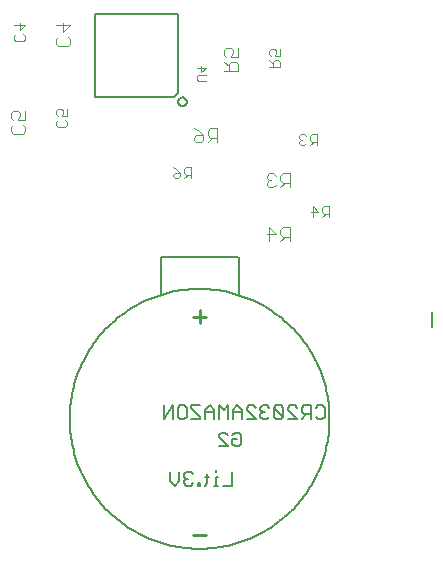
<source format=gbo>
G04 EAGLE Gerber RS-274X export*
G75*
%MOMM*%
%FSLAX34Y34*%
%LPD*%
%INBottom Silkscreen*%
%IPPOS*%
%AMOC8*
5,1,8,0,0,1.08239X$1,22.5*%
G01*
%ADD10C,0.076200*%
%ADD11C,0.101600*%
%ADD12C,0.254000*%
%ADD13C,0.127000*%
%ADD14C,0.152400*%
%ADD15C,0.203200*%


D10*
X386629Y350901D02*
X386629Y360307D01*
X381926Y360307D01*
X380359Y358739D01*
X380359Y355604D01*
X381926Y354036D01*
X386629Y354036D01*
X383494Y354036D02*
X380359Y350901D01*
X377274Y358739D02*
X375707Y360307D01*
X372571Y360307D01*
X371004Y358739D01*
X371004Y357172D01*
X372571Y355604D01*
X374139Y355604D01*
X372571Y355604D02*
X371004Y354036D01*
X371004Y352469D01*
X372571Y350901D01*
X375707Y350901D01*
X377274Y352469D01*
X396789Y299347D02*
X396789Y289941D01*
X396789Y299347D02*
X392086Y299347D01*
X390519Y297779D01*
X390519Y294644D01*
X392086Y293076D01*
X396789Y293076D01*
X393654Y293076D02*
X390519Y289941D01*
X382731Y289941D02*
X382731Y299347D01*
X387434Y294644D01*
X381164Y294644D01*
X355227Y416941D02*
X345821Y416941D01*
X355227Y416941D02*
X355227Y421644D01*
X353659Y423212D01*
X350524Y423212D01*
X348956Y421644D01*
X348956Y416941D01*
X348956Y420076D02*
X345821Y423212D01*
X355227Y426296D02*
X355227Y432567D01*
X355227Y426296D02*
X350524Y426296D01*
X352092Y429432D01*
X352092Y430999D01*
X350524Y432567D01*
X347389Y432567D01*
X345821Y430999D01*
X345821Y427864D01*
X347389Y426296D01*
X279949Y332367D02*
X279949Y322961D01*
X279949Y332367D02*
X275246Y332367D01*
X273679Y330799D01*
X273679Y327664D01*
X275246Y326096D01*
X279949Y326096D01*
X276814Y326096D02*
X273679Y322961D01*
X267459Y330799D02*
X264324Y332367D01*
X267459Y330799D02*
X270594Y327664D01*
X270594Y324529D01*
X269027Y322961D01*
X265891Y322961D01*
X264324Y324529D01*
X264324Y326096D01*
X265891Y327664D01*
X270594Y327664D01*
X139327Y443574D02*
X137759Y445141D01*
X139327Y443574D02*
X139327Y440438D01*
X137759Y438871D01*
X131489Y438871D01*
X129921Y440438D01*
X129921Y443574D01*
X131489Y445141D01*
X129921Y452929D02*
X139327Y452929D01*
X134624Y448226D01*
X134624Y454497D01*
X173319Y372412D02*
X174887Y370844D01*
X174887Y367709D01*
X173319Y366141D01*
X167049Y366141D01*
X165481Y367709D01*
X165481Y370844D01*
X167049Y372412D01*
X174887Y375496D02*
X174887Y381767D01*
X174887Y375496D02*
X170184Y375496D01*
X171752Y378632D01*
X171752Y380199D01*
X170184Y381767D01*
X167049Y381767D01*
X165481Y380199D01*
X165481Y377064D01*
X167049Y375496D01*
D11*
X363240Y281442D02*
X363240Y269748D01*
X363240Y281442D02*
X357393Y281442D01*
X355444Y279493D01*
X355444Y275595D01*
X357393Y273646D01*
X363240Y273646D01*
X359342Y273646D02*
X355444Y269748D01*
X345699Y269748D02*
X345699Y281442D01*
X351546Y275595D01*
X343750Y275595D01*
X319542Y414000D02*
X307848Y414000D01*
X319542Y414000D02*
X319542Y419847D01*
X317593Y421796D01*
X313695Y421796D01*
X311746Y419847D01*
X311746Y414000D01*
X311746Y417898D02*
X307848Y421796D01*
X319542Y425694D02*
X319542Y433490D01*
X319542Y425694D02*
X313695Y425694D01*
X315644Y429592D01*
X315644Y431541D01*
X313695Y433490D01*
X309797Y433490D01*
X307848Y431541D01*
X307848Y427643D01*
X309797Y425694D01*
D12*
X292370Y205670D02*
X281670Y205670D01*
X287020Y211020D02*
X287020Y200320D01*
X292370Y20920D02*
X281670Y20920D01*
D13*
X314595Y62655D02*
X314595Y74095D01*
X314595Y62655D02*
X306969Y62655D01*
X302901Y70282D02*
X300994Y70282D01*
X300994Y62655D01*
X299088Y62655D02*
X302901Y62655D01*
X300994Y74095D02*
X300994Y76001D01*
X293198Y72188D02*
X293198Y64562D01*
X291292Y62655D01*
X291292Y70282D02*
X295105Y70282D01*
X287309Y64562D02*
X287309Y62655D01*
X287309Y64562D02*
X285402Y64562D01*
X285402Y62655D01*
X287309Y62655D01*
X281462Y72188D02*
X279556Y74095D01*
X275742Y74095D01*
X273836Y72188D01*
X273836Y70282D01*
X275742Y68375D01*
X277649Y68375D01*
X275742Y68375D02*
X273836Y66468D01*
X273836Y64562D01*
X275742Y62655D01*
X279556Y62655D01*
X281462Y64562D01*
X269768Y66468D02*
X269768Y74095D01*
X269768Y66468D02*
X265955Y62655D01*
X262142Y66468D01*
X262142Y74095D01*
X254520Y256520D02*
X319520Y256520D01*
X177020Y119220D02*
X177053Y121920D01*
X177152Y124617D01*
X177318Y127312D01*
X177550Y130002D01*
X177847Y132685D01*
X178211Y135360D01*
X178639Y138026D01*
X179134Y140680D01*
X179693Y143321D01*
X180317Y145948D01*
X181005Y148558D01*
X181757Y151151D01*
X182572Y153725D01*
X183450Y156278D01*
X184391Y158808D01*
X185393Y161315D01*
X186457Y163797D01*
X187581Y166251D01*
X188765Y168677D01*
X190009Y171074D01*
X191310Y173439D01*
X192670Y175771D01*
X194086Y178070D01*
X195558Y180333D01*
X197086Y182559D01*
X198667Y184747D01*
X200302Y186895D01*
X201989Y189003D01*
X203727Y191069D01*
X205515Y193091D01*
X207353Y195069D01*
X209238Y197002D01*
X211171Y198887D01*
X213149Y200725D01*
X215171Y202513D01*
X217237Y204251D01*
X219345Y205938D01*
X221493Y207573D01*
X223681Y209154D01*
X225907Y210682D01*
X228170Y212154D01*
X230469Y213570D01*
X232801Y214930D01*
X235166Y216231D01*
X237563Y217475D01*
X239989Y218659D01*
X242443Y219783D01*
X244925Y220847D01*
X247432Y221849D01*
X249962Y222790D01*
X252515Y223668D01*
X255089Y224483D01*
X257682Y225235D01*
X260292Y225923D01*
X262919Y226547D01*
X265560Y227106D01*
X268214Y227601D01*
X270880Y228029D01*
X273555Y228393D01*
X276238Y228690D01*
X278928Y228922D01*
X281623Y229088D01*
X284320Y229187D01*
X287020Y229220D01*
X289720Y229187D01*
X292417Y229088D01*
X295112Y228922D01*
X297802Y228690D01*
X300485Y228393D01*
X303160Y228029D01*
X305826Y227601D01*
X308480Y227106D01*
X311121Y226547D01*
X313748Y225923D01*
X316358Y225235D01*
X318951Y224483D01*
X321525Y223668D01*
X324078Y222790D01*
X326608Y221849D01*
X329115Y220847D01*
X331597Y219783D01*
X334051Y218659D01*
X336477Y217475D01*
X338874Y216231D01*
X341239Y214930D01*
X343571Y213570D01*
X345870Y212154D01*
X348133Y210682D01*
X350359Y209154D01*
X352547Y207573D01*
X354695Y205938D01*
X356803Y204251D01*
X358869Y202513D01*
X360891Y200725D01*
X362869Y198887D01*
X364802Y197002D01*
X366687Y195069D01*
X368525Y193091D01*
X370313Y191069D01*
X372051Y189003D01*
X373738Y186895D01*
X375373Y184747D01*
X376954Y182559D01*
X378482Y180333D01*
X379954Y178070D01*
X381370Y175771D01*
X382730Y173439D01*
X384031Y171074D01*
X385275Y168677D01*
X386459Y166251D01*
X387583Y163797D01*
X388647Y161315D01*
X389649Y158808D01*
X390590Y156278D01*
X391468Y153725D01*
X392283Y151151D01*
X393035Y148558D01*
X393723Y145948D01*
X394347Y143321D01*
X394906Y140680D01*
X395401Y138026D01*
X395829Y135360D01*
X396193Y132685D01*
X396490Y130002D01*
X396722Y127312D01*
X396888Y124617D01*
X396987Y121920D01*
X397020Y119220D01*
X396987Y116520D01*
X396888Y113823D01*
X396722Y111128D01*
X396490Y108438D01*
X396193Y105755D01*
X395829Y103080D01*
X395401Y100414D01*
X394906Y97760D01*
X394347Y95119D01*
X393723Y92492D01*
X393035Y89882D01*
X392283Y87289D01*
X391468Y84715D01*
X390590Y82162D01*
X389649Y79632D01*
X388647Y77125D01*
X387583Y74643D01*
X386459Y72189D01*
X385275Y69763D01*
X384031Y67366D01*
X382730Y65001D01*
X381370Y62669D01*
X379954Y60370D01*
X378482Y58107D01*
X376954Y55881D01*
X375373Y53693D01*
X373738Y51545D01*
X372051Y49437D01*
X370313Y47371D01*
X368525Y45349D01*
X366687Y43371D01*
X364802Y41438D01*
X362869Y39553D01*
X360891Y37715D01*
X358869Y35927D01*
X356803Y34189D01*
X354695Y32502D01*
X352547Y30867D01*
X350359Y29286D01*
X348133Y27758D01*
X345870Y26286D01*
X343571Y24870D01*
X341239Y23510D01*
X338874Y22209D01*
X336477Y20965D01*
X334051Y19781D01*
X331597Y18657D01*
X329115Y17593D01*
X326608Y16591D01*
X324078Y15650D01*
X321525Y14772D01*
X318951Y13957D01*
X316358Y13205D01*
X313748Y12517D01*
X311121Y11893D01*
X308480Y11334D01*
X305826Y10839D01*
X303160Y10411D01*
X300485Y10047D01*
X297802Y9750D01*
X295112Y9518D01*
X292417Y9352D01*
X289720Y9253D01*
X287020Y9220D01*
X284320Y9253D01*
X281623Y9352D01*
X278928Y9518D01*
X276238Y9750D01*
X273555Y10047D01*
X270880Y10411D01*
X268214Y10839D01*
X265560Y11334D01*
X262919Y11893D01*
X260292Y12517D01*
X257682Y13205D01*
X255089Y13957D01*
X252515Y14772D01*
X249962Y15650D01*
X247432Y16591D01*
X244925Y17593D01*
X242443Y18657D01*
X239989Y19781D01*
X237563Y20965D01*
X235166Y22209D01*
X232801Y23510D01*
X230469Y24870D01*
X228170Y26286D01*
X225907Y27758D01*
X223681Y29286D01*
X221493Y30867D01*
X219345Y32502D01*
X217237Y34189D01*
X215171Y35927D01*
X213149Y37715D01*
X211171Y39553D01*
X209238Y41438D01*
X207353Y43371D01*
X205515Y45349D01*
X203727Y47371D01*
X201989Y49437D01*
X200302Y51545D01*
X198667Y53693D01*
X197086Y55881D01*
X195558Y58107D01*
X194086Y60370D01*
X192670Y62669D01*
X191310Y65001D01*
X190009Y67366D01*
X188765Y69763D01*
X187581Y72189D01*
X186457Y74643D01*
X185393Y77125D01*
X184391Y79632D01*
X183450Y82162D01*
X182572Y84715D01*
X181757Y87289D01*
X181005Y89882D01*
X180317Y92492D01*
X179693Y95119D01*
X179134Y97760D01*
X178639Y100414D01*
X178211Y103080D01*
X177847Y105755D01*
X177550Y108438D01*
X177318Y111128D01*
X177152Y113823D01*
X177053Y116520D01*
X177020Y119220D01*
X320020Y224520D02*
X320020Y256520D01*
X254020Y256520D02*
X254020Y224520D01*
X316685Y107695D02*
X314779Y105788D01*
X316685Y107695D02*
X320498Y107695D01*
X322405Y105788D01*
X322405Y98162D01*
X320498Y96255D01*
X316685Y96255D01*
X314779Y98162D01*
X314779Y101975D01*
X318592Y101975D01*
X310711Y96255D02*
X303085Y96255D01*
X310711Y96255D02*
X303085Y103882D01*
X303085Y105788D01*
X304991Y107695D01*
X308804Y107695D01*
X310711Y105788D01*
X385336Y128788D02*
X387243Y130695D01*
X391056Y130695D01*
X392963Y128788D01*
X392963Y121162D01*
X391056Y119255D01*
X387243Y119255D01*
X385336Y121162D01*
X381269Y119255D02*
X381269Y130695D01*
X375549Y130695D01*
X373642Y128788D01*
X373642Y124975D01*
X375549Y123068D01*
X381269Y123068D01*
X377456Y123068D02*
X373642Y119255D01*
X369575Y119255D02*
X361949Y119255D01*
X369575Y119255D02*
X361949Y126882D01*
X361949Y128788D01*
X363855Y130695D01*
X367668Y130695D01*
X369575Y128788D01*
X357881Y128788D02*
X357881Y121162D01*
X357881Y128788D02*
X355974Y130695D01*
X352161Y130695D01*
X350255Y128788D01*
X350255Y121162D01*
X352161Y119255D01*
X355974Y119255D01*
X357881Y121162D01*
X350255Y128788D01*
X346187Y128788D02*
X344280Y130695D01*
X340467Y130695D01*
X338561Y128788D01*
X338561Y126882D01*
X340467Y124975D01*
X342374Y124975D01*
X340467Y124975D02*
X338561Y123068D01*
X338561Y121162D01*
X340467Y119255D01*
X344280Y119255D01*
X346187Y121162D01*
X334493Y119255D02*
X326867Y119255D01*
X334493Y119255D02*
X326867Y126882D01*
X326867Y128788D01*
X328773Y130695D01*
X332586Y130695D01*
X334493Y128788D01*
X322799Y126882D02*
X322799Y119255D01*
X322799Y126882D02*
X318986Y130695D01*
X315173Y126882D01*
X315173Y119255D01*
X315173Y124975D02*
X322799Y124975D01*
X311105Y119255D02*
X311105Y130695D01*
X307292Y126882D01*
X303479Y130695D01*
X303479Y119255D01*
X299411Y119255D02*
X299411Y126882D01*
X295598Y130695D01*
X291785Y126882D01*
X291785Y119255D01*
X291785Y124975D02*
X299411Y124975D01*
X287717Y130695D02*
X280091Y130695D01*
X280091Y128788D01*
X287717Y121162D01*
X287717Y119255D01*
X280091Y119255D01*
X274117Y130695D02*
X270303Y130695D01*
X274117Y130695D02*
X276023Y128788D01*
X276023Y121162D01*
X274117Y119255D01*
X270303Y119255D01*
X268397Y121162D01*
X268397Y128788D01*
X270303Y130695D01*
X264329Y130695D02*
X264329Y119255D01*
X256703Y119255D02*
X264329Y130695D01*
X256703Y130695D02*
X256703Y119255D01*
D11*
X363240Y315468D02*
X363240Y327162D01*
X357393Y327162D01*
X355444Y325213D01*
X355444Y321315D01*
X357393Y319366D01*
X363240Y319366D01*
X359342Y319366D02*
X355444Y315468D01*
X351546Y325213D02*
X349597Y327162D01*
X345699Y327162D01*
X343750Y325213D01*
X343750Y323264D01*
X345699Y321315D01*
X347648Y321315D01*
X345699Y321315D02*
X343750Y319366D01*
X343750Y317417D01*
X345699Y315468D01*
X349597Y315468D01*
X351546Y317417D01*
X301752Y353568D02*
X301752Y365262D01*
X295905Y365262D01*
X293956Y363313D01*
X293956Y359415D01*
X295905Y357466D01*
X301752Y357466D01*
X297854Y357466D02*
X293956Y353568D01*
X286160Y363313D02*
X282262Y365262D01*
X286160Y363313D02*
X290058Y359415D01*
X290058Y355517D01*
X288109Y353568D01*
X284211Y353568D01*
X282262Y355517D01*
X282262Y357466D01*
X284211Y359415D01*
X290058Y359415D01*
D14*
X268730Y461770D02*
X198630Y461770D01*
X198630Y391670D01*
X265180Y391670D01*
X268730Y395220D02*
X268730Y461770D01*
X268730Y395220D02*
X265180Y391670D01*
X268950Y387858D02*
X268952Y387977D01*
X268958Y388097D01*
X268968Y388216D01*
X268982Y388334D01*
X269000Y388452D01*
X269021Y388570D01*
X269047Y388686D01*
X269076Y388802D01*
X269110Y388917D01*
X269147Y389030D01*
X269188Y389142D01*
X269232Y389253D01*
X269280Y389363D01*
X269332Y389470D01*
X269387Y389576D01*
X269446Y389680D01*
X269509Y389782D01*
X269574Y389881D01*
X269643Y389979D01*
X269715Y390074D01*
X269790Y390167D01*
X269869Y390257D01*
X269950Y390345D01*
X270034Y390429D01*
X270121Y390511D01*
X270210Y390590D01*
X270302Y390666D01*
X270397Y390739D01*
X270494Y390809D01*
X270593Y390875D01*
X270695Y390938D01*
X270798Y390998D01*
X270903Y391054D01*
X271010Y391107D01*
X271119Y391156D01*
X271230Y391202D01*
X271342Y391243D01*
X271455Y391281D01*
X271569Y391316D01*
X271685Y391346D01*
X271801Y391373D01*
X271918Y391395D01*
X272036Y391414D01*
X272155Y391429D01*
X272274Y391440D01*
X272393Y391447D01*
X272512Y391450D01*
X272632Y391449D01*
X272751Y391444D01*
X272870Y391435D01*
X272989Y391422D01*
X273107Y391405D01*
X273224Y391385D01*
X273341Y391360D01*
X273457Y391331D01*
X273572Y391299D01*
X273686Y391263D01*
X273799Y391223D01*
X273910Y391179D01*
X274019Y391132D01*
X274127Y391081D01*
X274234Y391027D01*
X274338Y390969D01*
X274440Y390907D01*
X274541Y390843D01*
X274639Y390774D01*
X274735Y390703D01*
X274828Y390629D01*
X274919Y390551D01*
X275007Y390471D01*
X275092Y390387D01*
X275175Y390301D01*
X275255Y390212D01*
X275332Y390121D01*
X275405Y390027D01*
X275476Y389930D01*
X275543Y389832D01*
X275607Y389731D01*
X275668Y389628D01*
X275725Y389523D01*
X275778Y389417D01*
X275828Y389308D01*
X275875Y389198D01*
X275917Y389087D01*
X275956Y388974D01*
X275992Y388860D01*
X276023Y388744D01*
X276050Y388628D01*
X276074Y388511D01*
X276094Y388393D01*
X276110Y388275D01*
X276122Y388156D01*
X276130Y388037D01*
X276134Y387918D01*
X276134Y387798D01*
X276130Y387679D01*
X276122Y387560D01*
X276110Y387441D01*
X276094Y387323D01*
X276074Y387205D01*
X276050Y387088D01*
X276023Y386972D01*
X275992Y386856D01*
X275956Y386742D01*
X275917Y386629D01*
X275875Y386518D01*
X275828Y386408D01*
X275778Y386299D01*
X275725Y386193D01*
X275668Y386088D01*
X275607Y385985D01*
X275543Y385884D01*
X275476Y385786D01*
X275405Y385689D01*
X275332Y385595D01*
X275255Y385504D01*
X275175Y385415D01*
X275092Y385329D01*
X275007Y385245D01*
X274919Y385165D01*
X274828Y385087D01*
X274735Y385013D01*
X274639Y384942D01*
X274541Y384873D01*
X274440Y384809D01*
X274338Y384747D01*
X274234Y384689D01*
X274127Y384635D01*
X274019Y384584D01*
X273910Y384537D01*
X273799Y384493D01*
X273686Y384453D01*
X273572Y384417D01*
X273457Y384385D01*
X273341Y384356D01*
X273224Y384331D01*
X273107Y384311D01*
X272989Y384294D01*
X272870Y384281D01*
X272751Y384272D01*
X272632Y384267D01*
X272512Y384266D01*
X272393Y384269D01*
X272274Y384276D01*
X272155Y384287D01*
X272036Y384302D01*
X271918Y384321D01*
X271801Y384343D01*
X271685Y384370D01*
X271569Y384400D01*
X271455Y384435D01*
X271342Y384473D01*
X271230Y384514D01*
X271119Y384560D01*
X271010Y384609D01*
X270903Y384662D01*
X270798Y384718D01*
X270695Y384778D01*
X270593Y384841D01*
X270494Y384907D01*
X270397Y384977D01*
X270302Y385050D01*
X270210Y385126D01*
X270121Y385205D01*
X270034Y385287D01*
X269950Y385371D01*
X269869Y385459D01*
X269790Y385549D01*
X269715Y385642D01*
X269643Y385737D01*
X269574Y385835D01*
X269509Y385934D01*
X269446Y386036D01*
X269387Y386140D01*
X269332Y386246D01*
X269280Y386353D01*
X269232Y386463D01*
X269188Y386574D01*
X269147Y386686D01*
X269110Y386799D01*
X269076Y386914D01*
X269047Y387030D01*
X269021Y387146D01*
X269000Y387264D01*
X268982Y387382D01*
X268968Y387500D01*
X268958Y387619D01*
X268952Y387739D01*
X268950Y387858D01*
D10*
X286090Y405511D02*
X292233Y405511D01*
X286090Y405511D02*
X284861Y406740D01*
X284861Y409197D01*
X286090Y410426D01*
X292233Y410426D01*
X292233Y416681D02*
X284861Y416681D01*
X288547Y412995D02*
X292233Y416681D01*
X288547Y417910D02*
X288547Y412995D01*
D11*
X177302Y440695D02*
X175353Y442644D01*
X177302Y440695D02*
X177302Y436797D01*
X175353Y434848D01*
X167557Y434848D01*
X165608Y436797D01*
X165608Y440695D01*
X167557Y442644D01*
X165608Y452389D02*
X177302Y452389D01*
X171455Y446542D01*
X171455Y454338D01*
X137253Y368456D02*
X139202Y366507D01*
X139202Y362609D01*
X137253Y360660D01*
X129457Y360660D01*
X127508Y362609D01*
X127508Y366507D01*
X129457Y368456D01*
X139202Y372354D02*
X139202Y380150D01*
X139202Y372354D02*
X133355Y372354D01*
X135304Y376252D01*
X135304Y378201D01*
X133355Y380150D01*
X129457Y380150D01*
X127508Y378201D01*
X127508Y374303D01*
X129457Y372354D01*
D15*
X483410Y209550D02*
X483410Y196850D01*
M02*

</source>
